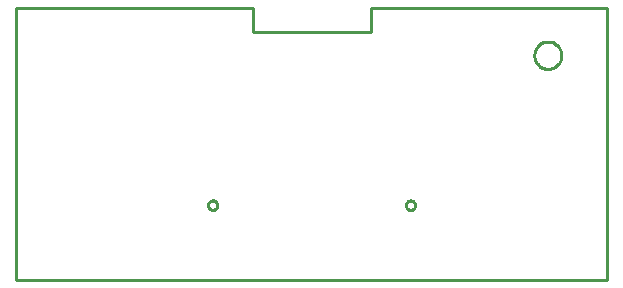
<source format=gko>
G04 EAGLE Gerber RS-274X export*
G75*
%MOMM*%
%FSLAX34Y34*%
%LPD*%
%IN*%
%IPPOS*%
%AMOC8*
5,1,8,0,0,1.08239X$1,22.5*%
G01*
%ADD10C,0.050000*%
%ADD11C,0.000000*%
%ADD12C,0.254000*%


D10*
X0Y0D02*
X0Y230000D01*
X500000Y230000D02*
X500000Y0D01*
X0Y0D01*
X0Y230000D02*
X200000Y230000D01*
X300000Y230000D02*
X500000Y230000D01*
X300000Y230000D02*
X300000Y210000D01*
X200000Y210000D02*
X200000Y230000D01*
X200000Y210000D02*
X300000Y210000D01*
D11*
X162250Y63000D02*
X162252Y63126D01*
X162258Y63252D01*
X162268Y63378D01*
X162282Y63504D01*
X162300Y63629D01*
X162322Y63753D01*
X162347Y63877D01*
X162377Y64000D01*
X162410Y64121D01*
X162448Y64242D01*
X162489Y64361D01*
X162534Y64480D01*
X162582Y64596D01*
X162634Y64711D01*
X162690Y64824D01*
X162750Y64936D01*
X162813Y65045D01*
X162879Y65153D01*
X162948Y65258D01*
X163021Y65361D01*
X163098Y65462D01*
X163177Y65560D01*
X163259Y65656D01*
X163345Y65749D01*
X163433Y65840D01*
X163524Y65927D01*
X163618Y66012D01*
X163714Y66093D01*
X163813Y66172D01*
X163914Y66247D01*
X164018Y66319D01*
X164124Y66388D01*
X164232Y66454D01*
X164342Y66516D01*
X164454Y66574D01*
X164567Y66629D01*
X164683Y66680D01*
X164800Y66728D01*
X164918Y66772D01*
X165038Y66812D01*
X165159Y66848D01*
X165281Y66881D01*
X165404Y66910D01*
X165528Y66934D01*
X165652Y66955D01*
X165777Y66972D01*
X165903Y66985D01*
X166029Y66994D01*
X166155Y66999D01*
X166282Y67000D01*
X166408Y66997D01*
X166534Y66990D01*
X166660Y66979D01*
X166785Y66964D01*
X166910Y66945D01*
X167034Y66922D01*
X167158Y66896D01*
X167280Y66865D01*
X167402Y66831D01*
X167522Y66792D01*
X167641Y66750D01*
X167759Y66705D01*
X167875Y66655D01*
X167990Y66602D01*
X168102Y66545D01*
X168213Y66485D01*
X168322Y66421D01*
X168429Y66354D01*
X168534Y66284D01*
X168637Y66210D01*
X168737Y66133D01*
X168835Y66053D01*
X168930Y65970D01*
X169022Y65884D01*
X169112Y65795D01*
X169199Y65703D01*
X169282Y65609D01*
X169363Y65512D01*
X169441Y65412D01*
X169516Y65310D01*
X169587Y65206D01*
X169655Y65099D01*
X169719Y64991D01*
X169780Y64880D01*
X169838Y64768D01*
X169892Y64654D01*
X169942Y64538D01*
X169989Y64421D01*
X170032Y64302D01*
X170071Y64182D01*
X170107Y64061D01*
X170138Y63938D01*
X170166Y63815D01*
X170190Y63691D01*
X170210Y63566D01*
X170226Y63441D01*
X170238Y63315D01*
X170246Y63189D01*
X170250Y63063D01*
X170250Y62937D01*
X170246Y62811D01*
X170238Y62685D01*
X170226Y62559D01*
X170210Y62434D01*
X170190Y62309D01*
X170166Y62185D01*
X170138Y62062D01*
X170107Y61939D01*
X170071Y61818D01*
X170032Y61698D01*
X169989Y61579D01*
X169942Y61462D01*
X169892Y61346D01*
X169838Y61232D01*
X169780Y61120D01*
X169719Y61009D01*
X169655Y60901D01*
X169587Y60794D01*
X169516Y60690D01*
X169441Y60588D01*
X169363Y60488D01*
X169282Y60391D01*
X169199Y60297D01*
X169112Y60205D01*
X169022Y60116D01*
X168930Y60030D01*
X168835Y59947D01*
X168737Y59867D01*
X168637Y59790D01*
X168534Y59716D01*
X168429Y59646D01*
X168322Y59579D01*
X168213Y59515D01*
X168102Y59455D01*
X167990Y59398D01*
X167875Y59345D01*
X167759Y59295D01*
X167641Y59250D01*
X167522Y59208D01*
X167402Y59169D01*
X167280Y59135D01*
X167158Y59104D01*
X167034Y59078D01*
X166910Y59055D01*
X166785Y59036D01*
X166660Y59021D01*
X166534Y59010D01*
X166408Y59003D01*
X166282Y59000D01*
X166155Y59001D01*
X166029Y59006D01*
X165903Y59015D01*
X165777Y59028D01*
X165652Y59045D01*
X165528Y59066D01*
X165404Y59090D01*
X165281Y59119D01*
X165159Y59152D01*
X165038Y59188D01*
X164918Y59228D01*
X164800Y59272D01*
X164683Y59320D01*
X164567Y59371D01*
X164454Y59426D01*
X164342Y59484D01*
X164232Y59546D01*
X164124Y59612D01*
X164018Y59681D01*
X163914Y59753D01*
X163813Y59828D01*
X163714Y59907D01*
X163618Y59988D01*
X163524Y60073D01*
X163433Y60160D01*
X163345Y60251D01*
X163259Y60344D01*
X163177Y60440D01*
X163098Y60538D01*
X163021Y60639D01*
X162948Y60742D01*
X162879Y60847D01*
X162813Y60955D01*
X162750Y61064D01*
X162690Y61176D01*
X162634Y61289D01*
X162582Y61404D01*
X162534Y61520D01*
X162489Y61639D01*
X162448Y61758D01*
X162410Y61879D01*
X162377Y62000D01*
X162347Y62123D01*
X162322Y62247D01*
X162300Y62371D01*
X162282Y62496D01*
X162268Y62622D01*
X162258Y62748D01*
X162252Y62874D01*
X162250Y63000D01*
X329750Y63000D02*
X329752Y63126D01*
X329758Y63252D01*
X329768Y63378D01*
X329782Y63504D01*
X329800Y63629D01*
X329822Y63753D01*
X329847Y63877D01*
X329877Y64000D01*
X329910Y64121D01*
X329948Y64242D01*
X329989Y64361D01*
X330034Y64480D01*
X330082Y64596D01*
X330134Y64711D01*
X330190Y64824D01*
X330250Y64936D01*
X330313Y65045D01*
X330379Y65153D01*
X330448Y65258D01*
X330521Y65361D01*
X330598Y65462D01*
X330677Y65560D01*
X330759Y65656D01*
X330845Y65749D01*
X330933Y65840D01*
X331024Y65927D01*
X331118Y66012D01*
X331214Y66093D01*
X331313Y66172D01*
X331414Y66247D01*
X331518Y66319D01*
X331624Y66388D01*
X331732Y66454D01*
X331842Y66516D01*
X331954Y66574D01*
X332067Y66629D01*
X332183Y66680D01*
X332300Y66728D01*
X332418Y66772D01*
X332538Y66812D01*
X332659Y66848D01*
X332781Y66881D01*
X332904Y66910D01*
X333028Y66934D01*
X333152Y66955D01*
X333277Y66972D01*
X333403Y66985D01*
X333529Y66994D01*
X333655Y66999D01*
X333782Y67000D01*
X333908Y66997D01*
X334034Y66990D01*
X334160Y66979D01*
X334285Y66964D01*
X334410Y66945D01*
X334534Y66922D01*
X334658Y66896D01*
X334780Y66865D01*
X334902Y66831D01*
X335022Y66792D01*
X335141Y66750D01*
X335259Y66705D01*
X335375Y66655D01*
X335490Y66602D01*
X335602Y66545D01*
X335713Y66485D01*
X335822Y66421D01*
X335929Y66354D01*
X336034Y66284D01*
X336137Y66210D01*
X336237Y66133D01*
X336335Y66053D01*
X336430Y65970D01*
X336522Y65884D01*
X336612Y65795D01*
X336699Y65703D01*
X336782Y65609D01*
X336863Y65512D01*
X336941Y65412D01*
X337016Y65310D01*
X337087Y65206D01*
X337155Y65099D01*
X337219Y64991D01*
X337280Y64880D01*
X337338Y64768D01*
X337392Y64654D01*
X337442Y64538D01*
X337489Y64421D01*
X337532Y64302D01*
X337571Y64182D01*
X337607Y64061D01*
X337638Y63938D01*
X337666Y63815D01*
X337690Y63691D01*
X337710Y63566D01*
X337726Y63441D01*
X337738Y63315D01*
X337746Y63189D01*
X337750Y63063D01*
X337750Y62937D01*
X337746Y62811D01*
X337738Y62685D01*
X337726Y62559D01*
X337710Y62434D01*
X337690Y62309D01*
X337666Y62185D01*
X337638Y62062D01*
X337607Y61939D01*
X337571Y61818D01*
X337532Y61698D01*
X337489Y61579D01*
X337442Y61462D01*
X337392Y61346D01*
X337338Y61232D01*
X337280Y61120D01*
X337219Y61009D01*
X337155Y60901D01*
X337087Y60794D01*
X337016Y60690D01*
X336941Y60588D01*
X336863Y60488D01*
X336782Y60391D01*
X336699Y60297D01*
X336612Y60205D01*
X336522Y60116D01*
X336430Y60030D01*
X336335Y59947D01*
X336237Y59867D01*
X336137Y59790D01*
X336034Y59716D01*
X335929Y59646D01*
X335822Y59579D01*
X335713Y59515D01*
X335602Y59455D01*
X335490Y59398D01*
X335375Y59345D01*
X335259Y59295D01*
X335141Y59250D01*
X335022Y59208D01*
X334902Y59169D01*
X334780Y59135D01*
X334658Y59104D01*
X334534Y59078D01*
X334410Y59055D01*
X334285Y59036D01*
X334160Y59021D01*
X334034Y59010D01*
X333908Y59003D01*
X333782Y59000D01*
X333655Y59001D01*
X333529Y59006D01*
X333403Y59015D01*
X333277Y59028D01*
X333152Y59045D01*
X333028Y59066D01*
X332904Y59090D01*
X332781Y59119D01*
X332659Y59152D01*
X332538Y59188D01*
X332418Y59228D01*
X332300Y59272D01*
X332183Y59320D01*
X332067Y59371D01*
X331954Y59426D01*
X331842Y59484D01*
X331732Y59546D01*
X331624Y59612D01*
X331518Y59681D01*
X331414Y59753D01*
X331313Y59828D01*
X331214Y59907D01*
X331118Y59988D01*
X331024Y60073D01*
X330933Y60160D01*
X330845Y60251D01*
X330759Y60344D01*
X330677Y60440D01*
X330598Y60538D01*
X330521Y60639D01*
X330448Y60742D01*
X330379Y60847D01*
X330313Y60955D01*
X330250Y61064D01*
X330190Y61176D01*
X330134Y61289D01*
X330082Y61404D01*
X330034Y61520D01*
X329989Y61639D01*
X329948Y61758D01*
X329910Y61879D01*
X329877Y62000D01*
X329847Y62123D01*
X329822Y62247D01*
X329800Y62371D01*
X329782Y62496D01*
X329768Y62622D01*
X329758Y62748D01*
X329752Y62874D01*
X329750Y63000D01*
X438500Y190000D02*
X438503Y190282D01*
X438514Y190564D01*
X438531Y190846D01*
X438555Y191127D01*
X438586Y191408D01*
X438624Y191687D01*
X438669Y191966D01*
X438721Y192244D01*
X438779Y192520D01*
X438845Y192794D01*
X438917Y193067D01*
X438995Y193338D01*
X439080Y193607D01*
X439172Y193874D01*
X439271Y194139D01*
X439375Y194401D01*
X439487Y194660D01*
X439604Y194917D01*
X439728Y195171D01*
X439858Y195421D01*
X439994Y195668D01*
X440136Y195912D01*
X440284Y196152D01*
X440438Y196389D01*
X440598Y196622D01*
X440763Y196851D01*
X440934Y197075D01*
X441110Y197296D01*
X441292Y197511D01*
X441479Y197723D01*
X441671Y197930D01*
X441868Y198132D01*
X442070Y198329D01*
X442277Y198521D01*
X442489Y198708D01*
X442704Y198890D01*
X442925Y199066D01*
X443149Y199237D01*
X443378Y199402D01*
X443611Y199562D01*
X443848Y199716D01*
X444088Y199864D01*
X444332Y200006D01*
X444579Y200142D01*
X444829Y200272D01*
X445083Y200396D01*
X445340Y200513D01*
X445599Y200625D01*
X445861Y200729D01*
X446126Y200828D01*
X446393Y200920D01*
X446662Y201005D01*
X446933Y201083D01*
X447206Y201155D01*
X447480Y201221D01*
X447756Y201279D01*
X448034Y201331D01*
X448313Y201376D01*
X448592Y201414D01*
X448873Y201445D01*
X449154Y201469D01*
X449436Y201486D01*
X449718Y201497D01*
X450000Y201500D01*
X450282Y201497D01*
X450564Y201486D01*
X450846Y201469D01*
X451127Y201445D01*
X451408Y201414D01*
X451687Y201376D01*
X451966Y201331D01*
X452244Y201279D01*
X452520Y201221D01*
X452794Y201155D01*
X453067Y201083D01*
X453338Y201005D01*
X453607Y200920D01*
X453874Y200828D01*
X454139Y200729D01*
X454401Y200625D01*
X454660Y200513D01*
X454917Y200396D01*
X455171Y200272D01*
X455421Y200142D01*
X455668Y200006D01*
X455912Y199864D01*
X456152Y199716D01*
X456389Y199562D01*
X456622Y199402D01*
X456851Y199237D01*
X457075Y199066D01*
X457296Y198890D01*
X457511Y198708D01*
X457723Y198521D01*
X457930Y198329D01*
X458132Y198132D01*
X458329Y197930D01*
X458521Y197723D01*
X458708Y197511D01*
X458890Y197296D01*
X459066Y197075D01*
X459237Y196851D01*
X459402Y196622D01*
X459562Y196389D01*
X459716Y196152D01*
X459864Y195912D01*
X460006Y195668D01*
X460142Y195421D01*
X460272Y195171D01*
X460396Y194917D01*
X460513Y194660D01*
X460625Y194401D01*
X460729Y194139D01*
X460828Y193874D01*
X460920Y193607D01*
X461005Y193338D01*
X461083Y193067D01*
X461155Y192794D01*
X461221Y192520D01*
X461279Y192244D01*
X461331Y191966D01*
X461376Y191687D01*
X461414Y191408D01*
X461445Y191127D01*
X461469Y190846D01*
X461486Y190564D01*
X461497Y190282D01*
X461500Y190000D01*
X461497Y189718D01*
X461486Y189436D01*
X461469Y189154D01*
X461445Y188873D01*
X461414Y188592D01*
X461376Y188313D01*
X461331Y188034D01*
X461279Y187756D01*
X461221Y187480D01*
X461155Y187206D01*
X461083Y186933D01*
X461005Y186662D01*
X460920Y186393D01*
X460828Y186126D01*
X460729Y185861D01*
X460625Y185599D01*
X460513Y185340D01*
X460396Y185083D01*
X460272Y184829D01*
X460142Y184579D01*
X460006Y184332D01*
X459864Y184088D01*
X459716Y183848D01*
X459562Y183611D01*
X459402Y183378D01*
X459237Y183149D01*
X459066Y182925D01*
X458890Y182704D01*
X458708Y182489D01*
X458521Y182277D01*
X458329Y182070D01*
X458132Y181868D01*
X457930Y181671D01*
X457723Y181479D01*
X457511Y181292D01*
X457296Y181110D01*
X457075Y180934D01*
X456851Y180763D01*
X456622Y180598D01*
X456389Y180438D01*
X456152Y180284D01*
X455912Y180136D01*
X455668Y179994D01*
X455421Y179858D01*
X455171Y179728D01*
X454917Y179604D01*
X454660Y179487D01*
X454401Y179375D01*
X454139Y179271D01*
X453874Y179172D01*
X453607Y179080D01*
X453338Y178995D01*
X453067Y178917D01*
X452794Y178845D01*
X452520Y178779D01*
X452244Y178721D01*
X451966Y178669D01*
X451687Y178624D01*
X451408Y178586D01*
X451127Y178555D01*
X450846Y178531D01*
X450564Y178514D01*
X450282Y178503D01*
X450000Y178500D01*
X449718Y178503D01*
X449436Y178514D01*
X449154Y178531D01*
X448873Y178555D01*
X448592Y178586D01*
X448313Y178624D01*
X448034Y178669D01*
X447756Y178721D01*
X447480Y178779D01*
X447206Y178845D01*
X446933Y178917D01*
X446662Y178995D01*
X446393Y179080D01*
X446126Y179172D01*
X445861Y179271D01*
X445599Y179375D01*
X445340Y179487D01*
X445083Y179604D01*
X444829Y179728D01*
X444579Y179858D01*
X444332Y179994D01*
X444088Y180136D01*
X443848Y180284D01*
X443611Y180438D01*
X443378Y180598D01*
X443149Y180763D01*
X442925Y180934D01*
X442704Y181110D01*
X442489Y181292D01*
X442277Y181479D01*
X442070Y181671D01*
X441868Y181868D01*
X441671Y182070D01*
X441479Y182277D01*
X441292Y182489D01*
X441110Y182704D01*
X440934Y182925D01*
X440763Y183149D01*
X440598Y183378D01*
X440438Y183611D01*
X440284Y183848D01*
X440136Y184088D01*
X439994Y184332D01*
X439858Y184579D01*
X439728Y184829D01*
X439604Y185083D01*
X439487Y185340D01*
X439375Y185599D01*
X439271Y185861D01*
X439172Y186126D01*
X439080Y186393D01*
X438995Y186662D01*
X438917Y186933D01*
X438845Y187206D01*
X438779Y187480D01*
X438721Y187756D01*
X438669Y188034D01*
X438624Y188313D01*
X438586Y188592D01*
X438555Y188873D01*
X438531Y189154D01*
X438514Y189436D01*
X438503Y189718D01*
X438500Y190000D01*
D12*
X0Y0D02*
X500000Y0D01*
X500000Y230000D01*
X300000Y230000D01*
X300000Y210000D01*
X200000Y210000D01*
X200000Y230000D01*
X0Y230000D01*
X0Y0D01*
X162250Y62738D02*
X162318Y62218D01*
X162454Y61711D01*
X162655Y61227D01*
X162917Y60773D01*
X163236Y60357D01*
X163607Y59986D01*
X164023Y59667D01*
X164477Y59405D01*
X164961Y59204D01*
X165468Y59068D01*
X165988Y59000D01*
X166512Y59000D01*
X167032Y59068D01*
X167539Y59204D01*
X168023Y59405D01*
X168477Y59667D01*
X168893Y59986D01*
X169264Y60357D01*
X169583Y60773D01*
X169845Y61227D01*
X170046Y61711D01*
X170182Y62218D01*
X170250Y62738D01*
X170250Y63262D01*
X170182Y63782D01*
X170046Y64289D01*
X169845Y64773D01*
X169583Y65227D01*
X169264Y65643D01*
X168893Y66014D01*
X168477Y66333D01*
X168023Y66595D01*
X167539Y66796D01*
X167032Y66932D01*
X166512Y67000D01*
X165988Y67000D01*
X165468Y66932D01*
X164961Y66796D01*
X164477Y66595D01*
X164023Y66333D01*
X163607Y66014D01*
X163236Y65643D01*
X162917Y65227D01*
X162655Y64773D01*
X162454Y64289D01*
X162318Y63782D01*
X162250Y63262D01*
X162250Y62738D01*
X329750Y62738D02*
X329818Y62218D01*
X329954Y61711D01*
X330155Y61227D01*
X330417Y60773D01*
X330736Y60357D01*
X331107Y59986D01*
X331523Y59667D01*
X331977Y59405D01*
X332461Y59204D01*
X332968Y59068D01*
X333488Y59000D01*
X334012Y59000D01*
X334532Y59068D01*
X335039Y59204D01*
X335523Y59405D01*
X335977Y59667D01*
X336393Y59986D01*
X336764Y60357D01*
X337083Y60773D01*
X337345Y61227D01*
X337546Y61711D01*
X337682Y62218D01*
X337750Y62738D01*
X337750Y63262D01*
X337682Y63782D01*
X337546Y64289D01*
X337345Y64773D01*
X337083Y65227D01*
X336764Y65643D01*
X336393Y66014D01*
X335977Y66333D01*
X335523Y66595D01*
X335039Y66796D01*
X334532Y66932D01*
X334012Y67000D01*
X333488Y67000D01*
X332968Y66932D01*
X332461Y66796D01*
X331977Y66595D01*
X331523Y66333D01*
X331107Y66014D01*
X330736Y65643D01*
X330417Y65227D01*
X330155Y64773D01*
X329954Y64289D01*
X329818Y63782D01*
X329750Y63262D01*
X329750Y62738D01*
X461500Y189548D02*
X461429Y188647D01*
X461288Y187755D01*
X461077Y186876D01*
X460798Y186017D01*
X460452Y185182D01*
X460041Y184377D01*
X459569Y183606D01*
X459038Y182875D01*
X458451Y182188D01*
X457812Y181549D01*
X457125Y180962D01*
X456394Y180431D01*
X455623Y179959D01*
X454818Y179548D01*
X453983Y179202D01*
X453124Y178923D01*
X452245Y178712D01*
X451353Y178571D01*
X450452Y178500D01*
X449548Y178500D01*
X448647Y178571D01*
X447755Y178712D01*
X446876Y178923D01*
X446017Y179202D01*
X445182Y179548D01*
X444377Y179959D01*
X443606Y180431D01*
X442875Y180962D01*
X442188Y181549D01*
X441549Y182188D01*
X440962Y182875D01*
X440431Y183606D01*
X439959Y184377D01*
X439548Y185182D01*
X439202Y186017D01*
X438923Y186876D01*
X438712Y187755D01*
X438571Y188647D01*
X438500Y189548D01*
X438500Y190452D01*
X438571Y191353D01*
X438712Y192245D01*
X438923Y193124D01*
X439202Y193983D01*
X439548Y194818D01*
X439959Y195623D01*
X440431Y196394D01*
X440962Y197125D01*
X441549Y197812D01*
X442188Y198451D01*
X442875Y199038D01*
X443606Y199569D01*
X444377Y200041D01*
X445182Y200452D01*
X446017Y200798D01*
X446876Y201077D01*
X447755Y201288D01*
X448647Y201429D01*
X449548Y201500D01*
X450452Y201500D01*
X451353Y201429D01*
X452245Y201288D01*
X453124Y201077D01*
X453983Y200798D01*
X454818Y200452D01*
X455623Y200041D01*
X456394Y199569D01*
X457125Y199038D01*
X457812Y198451D01*
X458451Y197812D01*
X459038Y197125D01*
X459569Y196394D01*
X460041Y195623D01*
X460452Y194818D01*
X460798Y193983D01*
X461077Y193124D01*
X461288Y192245D01*
X461429Y191353D01*
X461500Y190452D01*
X461500Y189548D01*
M02*

</source>
